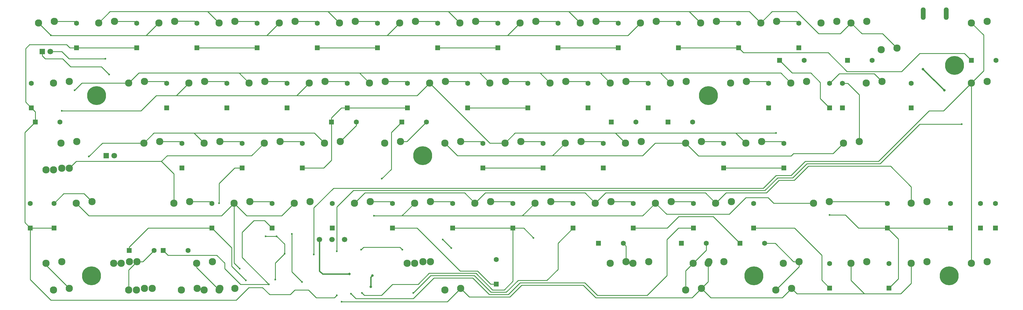
<source format=gtl>
G04 #@! TF.GenerationSoftware,KiCad,Pcbnew,(5.1.12)-1*
G04 #@! TF.CreationDate,2021-12-15T00:33:09-05:00*
G04 #@! TF.ProjectId,alps66,616c7073-3636-42e6-9b69-6361645f7063,F*
G04 #@! TF.SameCoordinates,Original*
G04 #@! TF.FileFunction,Copper,L1,Top*
G04 #@! TF.FilePolarity,Positive*
%FSLAX46Y46*%
G04 Gerber Fmt 4.6, Leading zero omitted, Abs format (unit mm)*
G04 Created by KiCad (PCBNEW (5.1.12)-1) date 2021-12-15 00:33:09*
%MOMM*%
%LPD*%
G01*
G04 APERTURE LIST*
G04 #@! TA.AperFunction,ComponentPad*
%ADD10C,2.300000*%
G04 #@! TD*
G04 #@! TA.AperFunction,ComponentPad*
%ADD11R,1.600000X1.600000*%
G04 #@! TD*
G04 #@! TA.AperFunction,ComponentPad*
%ADD12C,1.600000*%
G04 #@! TD*
G04 #@! TA.AperFunction,ComponentPad*
%ADD13C,1.700000*%
G04 #@! TD*
G04 #@! TA.AperFunction,ComponentPad*
%ADD14C,6.000000*%
G04 #@! TD*
G04 #@! TA.AperFunction,ComponentPad*
%ADD15O,1.500000X4.000000*%
G04 #@! TD*
G04 #@! TA.AperFunction,ComponentPad*
%ADD16R,1.800000X1.800000*%
G04 #@! TD*
G04 #@! TA.AperFunction,ComponentPad*
%ADD17C,1.800000*%
G04 #@! TD*
G04 #@! TA.AperFunction,ViaPad*
%ADD18C,0.800000*%
G04 #@! TD*
G04 #@! TA.AperFunction,ViaPad*
%ADD19C,0.600000*%
G04 #@! TD*
G04 #@! TA.AperFunction,Conductor*
%ADD20C,0.381000*%
G04 #@! TD*
G04 #@! TA.AperFunction,Conductor*
%ADD21C,0.254000*%
G04 #@! TD*
G04 APERTURE END LIST*
D10*
X223718750Y-110300000D03*
X228718750Y-109800000D03*
X242768750Y-110300000D03*
X247768750Y-109800000D03*
X247531250Y-110300000D03*
X252531250Y-109800000D03*
X152281250Y-110300000D03*
X157281250Y-109800000D03*
X154662500Y-110300000D03*
X159662500Y-109800000D03*
X97750000Y-118300000D03*
X92750000Y-118800000D03*
X92987500Y-118300000D03*
X87987500Y-118800000D03*
X85606250Y-110300000D03*
X90606250Y-109800000D03*
X71556250Y-118300000D03*
X66556250Y-118800000D03*
X69175000Y-118300000D03*
X64175000Y-118800000D03*
X61793750Y-110300000D03*
X66793750Y-109800000D03*
X42743750Y-72200000D03*
X47743750Y-71700000D03*
X45362500Y-80200000D03*
X40362500Y-80700000D03*
X45362500Y-118300000D03*
X40362500Y-118800000D03*
X292775000Y-34100000D03*
X297775000Y-33600000D03*
X271343750Y-110300000D03*
X276343750Y-109800000D03*
X216575000Y-110300000D03*
X221575000Y-109800000D03*
X207050000Y-34100000D03*
X212050000Y-33600000D03*
X188000000Y-34100000D03*
X193000000Y-33600000D03*
X197525000Y-53150000D03*
X202525000Y-52650000D03*
X183237500Y-72200000D03*
X188237500Y-71700000D03*
X164187500Y-72200000D03*
X169187500Y-71700000D03*
X173712500Y-91250000D03*
X178712500Y-90750000D03*
X154662500Y-91250000D03*
X159662500Y-90750000D03*
X245387500Y-118300000D03*
X240387500Y-118800000D03*
X168950000Y-34100000D03*
X173950000Y-33600000D03*
X149900000Y-34100000D03*
X154900000Y-33600000D03*
X178475000Y-53150000D03*
X183475000Y-52650000D03*
X159425000Y-53150000D03*
X164425000Y-52650000D03*
X145137500Y-72200000D03*
X150137500Y-71700000D03*
X135612500Y-91250000D03*
X140612500Y-90750000D03*
X116562500Y-91250000D03*
X121562500Y-90750000D03*
X169187500Y-118300000D03*
X164187500Y-118800000D03*
X130850000Y-34100000D03*
X135850000Y-33600000D03*
X111800000Y-34100000D03*
X116800000Y-33600000D03*
X140375000Y-53150000D03*
X145375000Y-52650000D03*
X121325000Y-53150000D03*
X126325000Y-52650000D03*
X126087500Y-72200000D03*
X131087500Y-71700000D03*
X107037500Y-72200000D03*
X112037500Y-71700000D03*
X97512500Y-91250000D03*
X102512500Y-90750000D03*
X85843750Y-118300000D03*
X80843750Y-118800000D03*
X92750000Y-34100000D03*
X97750000Y-33600000D03*
X73700000Y-34100000D03*
X78700000Y-33600000D03*
X102275000Y-53150000D03*
X107275000Y-52650000D03*
X83225000Y-53150000D03*
X88225000Y-52650000D03*
X87987500Y-72200000D03*
X92987500Y-71700000D03*
X78462500Y-91250000D03*
X83462500Y-90750000D03*
X59412500Y-110300000D03*
X64412500Y-109800000D03*
X54650000Y-34100000D03*
X59650000Y-33600000D03*
X35600000Y-34100000D03*
X40600000Y-33600000D03*
X64175000Y-53150000D03*
X69175000Y-52650000D03*
X40362500Y-53150000D03*
X45362500Y-52650000D03*
X68937500Y-72200000D03*
X73937500Y-71700000D03*
X42981250Y-80200000D03*
X37981250Y-80700000D03*
X47506250Y-91250000D03*
X52506250Y-90750000D03*
X37981250Y-110300000D03*
X42981250Y-109800000D03*
X330875000Y-110300000D03*
X335875000Y-109800000D03*
X307300000Y-42100000D03*
X302300000Y-42600000D03*
X283250000Y-34100000D03*
X288250000Y-33600000D03*
X273725000Y-53150000D03*
X278725000Y-52650000D03*
X297537500Y-53150000D03*
X302537500Y-52650000D03*
X290393750Y-72200000D03*
X295393750Y-71700000D03*
X311825000Y-91250000D03*
X316825000Y-90750000D03*
X280868750Y-91250000D03*
X285868750Y-90750000D03*
X311825000Y-110300000D03*
X316825000Y-109800000D03*
X330875000Y-53150000D03*
X335875000Y-52650000D03*
X264200000Y-34100000D03*
X269200000Y-33600000D03*
X254675000Y-53150000D03*
X259675000Y-52650000D03*
X235625000Y-53150000D03*
X240625000Y-52650000D03*
X259437500Y-72200000D03*
X264437500Y-71700000D03*
X240387500Y-72200000D03*
X245387500Y-71700000D03*
X249912500Y-91250000D03*
X254912500Y-90750000D03*
X230862500Y-91250000D03*
X235862500Y-90750000D03*
X292775000Y-110300000D03*
X297775000Y-109800000D03*
X330875000Y-34100000D03*
X335875000Y-33600000D03*
X245150000Y-34100000D03*
X250150000Y-33600000D03*
X226100000Y-34100000D03*
X231100000Y-33600000D03*
X216575000Y-53150000D03*
X221575000Y-52650000D03*
X221337500Y-72200000D03*
X226337500Y-71700000D03*
X202287500Y-72200000D03*
X207287500Y-71700000D03*
X211812500Y-91250000D03*
X216812500Y-90750000D03*
X192762500Y-91250000D03*
X197762500Y-90750000D03*
X273962500Y-118300000D03*
X268962500Y-118800000D03*
D11*
X75100000Y-106250000D03*
D12*
X82900000Y-106250000D03*
D13*
X132500000Y-102750000D03*
D14*
X247650000Y-57150000D03*
X157162500Y-76200000D03*
X52387500Y-114287500D03*
X323850000Y-114300000D03*
X262000000Y-114300000D03*
X325500000Y-47625000D03*
X54000000Y-57137500D03*
D15*
X315600000Y-31137500D03*
X322900000Y-31137500D03*
D13*
X128500000Y-102750000D03*
X124500000Y-102750000D03*
D16*
X36830000Y-43180000D03*
D17*
X39370000Y-43180000D03*
D16*
X57000000Y-76200000D03*
D17*
X59540000Y-76200000D03*
D12*
X265400000Y-104000000D03*
D11*
X257600000Y-104000000D03*
D12*
X204787500Y-91350000D03*
D11*
X204787500Y-99150000D03*
X223837500Y-99150000D03*
D12*
X223837500Y-91350000D03*
X214312500Y-72300000D03*
D11*
X214312500Y-80100000D03*
D12*
X224650000Y-65500000D03*
D11*
X216850000Y-65500000D03*
X228600000Y-61050000D03*
D12*
X228600000Y-53250000D03*
X238125000Y-34200000D03*
D11*
X238125000Y-42000000D03*
X257162500Y-41987500D03*
D12*
X257162500Y-34187500D03*
D11*
X330850000Y-46000000D03*
D12*
X338650000Y-46000000D03*
D11*
X286000000Y-118200000D03*
D12*
X286000000Y-110400000D03*
D11*
X242887500Y-99150000D03*
D12*
X242887500Y-91350000D03*
D11*
X261937500Y-99150000D03*
D12*
X261937500Y-91350000D03*
D11*
X252412500Y-80100000D03*
D12*
X252412500Y-72300000D03*
X271462500Y-72300000D03*
D11*
X271462500Y-80100000D03*
X234850000Y-65500000D03*
D12*
X242650000Y-65500000D03*
D11*
X266700000Y-61050000D03*
D12*
X266700000Y-53250000D03*
D11*
X276225000Y-42000000D03*
D12*
X276225000Y-34200000D03*
D11*
X338500000Y-99150000D03*
D12*
X338500000Y-91350000D03*
X304800000Y-110400000D03*
D11*
X304800000Y-118200000D03*
D12*
X304250000Y-91350000D03*
D11*
X304250000Y-99150000D03*
X324250000Y-99150000D03*
D12*
X324250000Y-91350000D03*
D11*
X290000000Y-61050000D03*
D12*
X290000000Y-53250000D03*
X286000000Y-53250000D03*
D11*
X286000000Y-61050000D03*
X270100000Y-46000000D03*
D12*
X277900000Y-46000000D03*
D11*
X291600000Y-46000000D03*
D12*
X299400000Y-46000000D03*
D11*
X311750000Y-61050000D03*
D12*
X311750000Y-53250000D03*
X333750000Y-91350000D03*
D11*
X333750000Y-99150000D03*
X33000000Y-99150000D03*
D12*
X33000000Y-91350000D03*
D11*
X40481250Y-99150000D03*
D12*
X40481250Y-91350000D03*
D11*
X34600000Y-65500000D03*
D12*
X42400000Y-65500000D03*
X80962500Y-72300000D03*
D11*
X80962500Y-80100000D03*
D12*
X33337500Y-53250000D03*
D11*
X33337500Y-61050000D03*
X76200000Y-61050000D03*
D12*
X76200000Y-53250000D03*
D11*
X47625000Y-42000000D03*
D12*
X47625000Y-34200000D03*
X66675000Y-34200000D03*
D11*
X66675000Y-42000000D03*
D12*
X220650000Y-104000000D03*
D11*
X212850000Y-104000000D03*
D12*
X72150000Y-106250000D03*
D11*
X64350000Y-106250000D03*
D12*
X90487500Y-91350000D03*
D11*
X90487500Y-99150000D03*
D12*
X100012500Y-72300000D03*
D11*
X100012500Y-80100000D03*
D12*
X95250000Y-53250000D03*
D11*
X95250000Y-61050000D03*
X114300000Y-61050000D03*
D12*
X114300000Y-53250000D03*
D11*
X85725000Y-42000000D03*
D12*
X85725000Y-34200000D03*
D11*
X104775000Y-42000000D03*
D12*
X104775000Y-34200000D03*
D11*
X109537500Y-99150000D03*
D12*
X109537500Y-91350000D03*
X119062500Y-72300000D03*
D11*
X119062500Y-80100000D03*
X128350000Y-65500000D03*
D12*
X136150000Y-65500000D03*
X133350000Y-53250000D03*
D11*
X133350000Y-61050000D03*
D12*
X152400000Y-53250000D03*
D11*
X152400000Y-61050000D03*
D12*
X123825000Y-34200000D03*
D11*
X123825000Y-42000000D03*
D12*
X142875000Y-34200000D03*
D11*
X142875000Y-42000000D03*
D12*
X180500000Y-109100000D03*
D11*
X180500000Y-116900000D03*
D12*
X128587500Y-91350000D03*
D11*
X128587500Y-99150000D03*
D12*
X147637500Y-91350000D03*
D11*
X147637500Y-99150000D03*
D12*
X158400000Y-65500000D03*
D11*
X150600000Y-65500000D03*
D12*
X171450000Y-53250000D03*
D11*
X171450000Y-61050000D03*
X190500000Y-61050000D03*
D12*
X190500000Y-53250000D03*
X161925000Y-34200000D03*
D11*
X161925000Y-42000000D03*
X180975000Y-42000000D03*
D12*
X180975000Y-34200000D03*
D11*
X239100000Y-104000000D03*
D12*
X246900000Y-104000000D03*
X166687500Y-91350000D03*
D11*
X166687500Y-99150000D03*
D12*
X185737500Y-91350000D03*
D11*
X185737500Y-99150000D03*
D12*
X176212500Y-72300000D03*
D11*
X176212500Y-80100000D03*
D12*
X195262500Y-72300000D03*
D11*
X195262500Y-80100000D03*
X209550000Y-61050000D03*
D12*
X209550000Y-53250000D03*
D11*
X200025000Y-42000000D03*
D12*
X200025000Y-34200000D03*
D11*
X219075000Y-42000000D03*
D12*
X219075000Y-34200000D03*
D18*
X315500000Y-48750000D03*
X322250000Y-55500000D03*
X140750000Y-117750000D03*
X141250000Y-114250000D03*
X134000000Y-113750000D03*
D19*
X137750000Y-106000000D03*
X150750000Y-106000000D03*
X110500000Y-115500000D03*
X111000000Y-101750000D03*
X113500000Y-107250000D03*
X107500000Y-101750000D03*
X166250000Y-105500000D03*
X163500000Y-102750000D03*
X154250000Y-119750000D03*
X134500000Y-120000000D03*
X286000000Y-95000000D03*
X130000000Y-120500000D03*
X92750000Y-91250000D03*
X101250000Y-115750000D03*
X108500000Y-117000000D03*
X119000000Y-116250000D03*
X144250000Y-83500000D03*
X115750000Y-101000000D03*
X138000000Y-119750000D03*
X192250000Y-102250000D03*
X131500000Y-122500000D03*
X99250000Y-112000000D03*
X141787500Y-95287500D03*
X51500000Y-76500006D03*
X43000000Y-62000000D03*
X269000000Y-69000000D03*
X47000000Y-55500000D03*
X39500000Y-38000000D03*
X130000000Y-106500000D03*
X327750000Y-66250000D03*
X122750000Y-107500000D03*
X58000000Y-50500000D03*
X56750000Y-45500000D03*
D20*
X322250000Y-55500000D02*
X315500000Y-48750000D01*
X140750000Y-114750000D02*
X141250000Y-114250000D01*
X140750000Y-117750000D02*
X140750000Y-114750000D01*
X124500000Y-112750000D02*
X125500000Y-113750000D01*
X134000000Y-113750000D02*
X125500000Y-113750000D01*
X124500000Y-112750000D02*
X124500000Y-102750000D01*
D21*
X150000000Y-105250000D02*
X150750000Y-106000000D01*
X138500000Y-105250000D02*
X150000000Y-105250000D01*
X137750000Y-106000000D02*
X138500000Y-105250000D01*
X107500000Y-101750000D02*
X111000000Y-101750000D01*
X110500000Y-110250000D02*
X113500000Y-107250000D01*
X113500000Y-104250000D02*
X111000000Y-101750000D01*
X110500000Y-115500000D02*
X110500000Y-110250000D01*
X113500000Y-107250000D02*
X113500000Y-105750000D01*
X113500000Y-105750000D02*
X113500000Y-104250000D01*
X166250000Y-105500000D02*
X163500000Y-102750000D01*
X257162500Y-41987500D02*
X238112500Y-41987500D01*
X249100000Y-95500000D02*
X257600000Y-104000000D01*
X238250000Y-95500000D02*
X249100000Y-95500000D01*
X234600000Y-99150000D02*
X238250000Y-95500000D01*
X223837500Y-99150000D02*
X234600000Y-99150000D01*
X200000000Y-103937500D02*
X204787500Y-99150000D01*
X200000000Y-112250000D02*
X200000000Y-103937500D01*
X196500000Y-115750000D02*
X200000000Y-112250000D01*
X183625000Y-119500000D02*
X187375000Y-115750000D01*
X178750000Y-119500000D02*
X183625000Y-119500000D01*
X187375000Y-115750000D02*
X196500000Y-115750000D01*
X173500000Y-114250000D02*
X178750000Y-119500000D01*
X159750000Y-114250000D02*
X173500000Y-114250000D01*
X154250000Y-119750000D02*
X159750000Y-114250000D01*
X308750000Y-49500000D02*
X314500000Y-43750000D01*
X291500000Y-49500000D02*
X308750000Y-49500000D01*
X314500000Y-43750000D02*
X328600000Y-43750000D01*
X285500000Y-43500000D02*
X291500000Y-49500000D01*
X258675000Y-43500000D02*
X285500000Y-43500000D01*
X328600000Y-43750000D02*
X330850000Y-46000000D01*
X257162500Y-41987500D02*
X258675000Y-43500000D01*
X252412500Y-80100000D02*
X271462500Y-80100000D01*
X261925000Y-99137500D02*
X261937500Y-99137500D01*
X274900000Y-99150000D02*
X261937500Y-99150000D01*
X283500000Y-107750000D02*
X274900000Y-99150000D01*
X283500000Y-115700000D02*
X283500000Y-107750000D01*
X286000000Y-118200000D02*
X283500000Y-115700000D01*
X238100000Y-99150000D02*
X242887500Y-99150000D01*
X134500000Y-120000000D02*
X136000000Y-121500000D01*
X136000000Y-121500000D02*
X154250000Y-121500000D01*
X154250000Y-121500000D02*
X160750000Y-115000000D01*
X173000000Y-115000000D02*
X178250000Y-120250000D01*
X234500000Y-114250000D02*
X234500000Y-102750000D01*
X160750000Y-115000000D02*
X173000000Y-115000000D01*
X178250000Y-120250000D02*
X184250000Y-120250000D01*
X184250000Y-120250000D02*
X188000000Y-116500000D01*
X188000000Y-116500000D02*
X208500000Y-116500000D01*
X228250000Y-120500000D02*
X234500000Y-114250000D01*
X208500000Y-116500000D02*
X212500000Y-120500000D01*
X212500000Y-120500000D02*
X228250000Y-120500000D01*
X234500000Y-102750000D02*
X238100000Y-99150000D01*
X295150000Y-99150000D02*
X291000000Y-95000000D01*
X291000000Y-95000000D02*
X286000000Y-95000000D01*
X304250000Y-99150000D02*
X295150000Y-99150000D01*
X274100000Y-50000000D02*
X270100000Y-46000000D01*
X280000000Y-50000000D02*
X274100000Y-50000000D01*
X283000000Y-53000000D02*
X280000000Y-50000000D01*
X283000000Y-58050000D02*
X283000000Y-53000000D01*
X286000000Y-61050000D02*
X283000000Y-58050000D01*
X324250000Y-99150000D02*
X304250000Y-99150000D01*
X307750000Y-102650000D02*
X304250000Y-99150000D01*
X307750000Y-115250000D02*
X307750000Y-102650000D01*
X304800000Y-118200000D02*
X307750000Y-115250000D01*
X66675000Y-42000000D02*
X47625000Y-42000000D01*
X76187500Y-61037500D02*
X76162500Y-61037500D01*
X47625000Y-42000000D02*
X45500000Y-42000000D01*
X45500000Y-42000000D02*
X44500000Y-41000000D01*
X44500000Y-41000000D02*
X32750000Y-41000000D01*
X32750000Y-41000000D02*
X31500000Y-42250000D01*
X31500000Y-59212500D02*
X33337500Y-61050000D01*
X31500000Y-42250000D02*
X31500000Y-59212500D01*
X34600000Y-62312500D02*
X33337500Y-61050000D01*
X34600000Y-65500000D02*
X34600000Y-62312500D01*
X102178125Y-118000000D02*
X98190625Y-121987500D01*
X33000000Y-115500000D02*
X33000000Y-99150000D01*
X106500000Y-118000000D02*
X102178125Y-118000000D01*
X98190625Y-121987500D02*
X39487500Y-121987500D01*
X108750000Y-120250000D02*
X106500000Y-118000000D01*
X39487500Y-121987500D02*
X33000000Y-115500000D01*
X116750000Y-118750000D02*
X115250000Y-120250000D01*
X121000000Y-118750000D02*
X116750000Y-118750000D01*
X123500000Y-121250000D02*
X121000000Y-118750000D01*
X115250000Y-120250000D02*
X108750000Y-120250000D01*
X129250000Y-121250000D02*
X123500000Y-121250000D01*
X130000000Y-120500000D02*
X129250000Y-121250000D01*
X40481250Y-99150000D02*
X33000000Y-99150000D01*
X31250000Y-68850000D02*
X31250000Y-97400000D01*
X31250000Y-97400000D02*
X33000000Y-99150000D01*
X34600000Y-65500000D02*
X31250000Y-68850000D01*
X85725000Y-42000000D02*
X104775000Y-42000000D01*
X77950000Y-99150000D02*
X90487500Y-99150000D01*
X92750000Y-85000000D02*
X92750000Y-91250000D01*
X97650000Y-80100000D02*
X92750000Y-85000000D01*
X100012500Y-80100000D02*
X97650000Y-80100000D01*
X77950000Y-99150000D02*
X71437500Y-99150000D01*
X71437500Y-99150000D02*
X70350000Y-99150000D01*
X64350000Y-105150000D02*
X64350000Y-106250000D01*
X70350000Y-99150000D02*
X64350000Y-105150000D01*
X96750000Y-111250000D02*
X101250000Y-115750000D01*
X96750000Y-105412500D02*
X96750000Y-111250000D01*
X90487500Y-99150000D02*
X96750000Y-105412500D01*
X133350000Y-61050000D02*
X133500000Y-61200000D01*
X133350000Y-61050000D02*
X152400000Y-61050000D01*
X123812500Y-41987500D02*
X142862500Y-41987500D01*
X125900000Y-80100000D02*
X119062500Y-80100000D01*
X107137500Y-96750000D02*
X109537500Y-99150000D01*
X100000000Y-100500000D02*
X103750000Y-96750000D01*
X100000000Y-108500000D02*
X100000000Y-100500000D01*
X103750000Y-96750000D02*
X107137500Y-96750000D01*
X108500000Y-117000000D02*
X100000000Y-108500000D01*
X128350000Y-77650000D02*
X128350000Y-65500000D01*
X125900000Y-80100000D02*
X128350000Y-77650000D01*
X128350000Y-64150000D02*
X128350000Y-65500000D01*
X131450000Y-61050000D02*
X128350000Y-64150000D01*
X133350000Y-61050000D02*
X131450000Y-61050000D01*
X92000000Y-107750000D02*
X76600000Y-107750000D01*
X94500000Y-110250000D02*
X92000000Y-107750000D01*
X94500000Y-112000000D02*
X94500000Y-110250000D01*
X76600000Y-107750000D02*
X75100000Y-106250000D01*
X99500000Y-117000000D02*
X94500000Y-112000000D01*
X108500000Y-117000000D02*
X99500000Y-117000000D01*
X171450000Y-61050000D02*
X190500000Y-61050000D01*
X161925000Y-42000000D02*
X180975000Y-42000000D01*
X178687500Y-116937500D02*
X180462500Y-116937500D01*
X174537500Y-112787500D02*
X178687500Y-116937500D01*
X169037500Y-112787500D02*
X174537500Y-112787500D01*
X155400000Y-99150000D02*
X169037500Y-112787500D01*
X147637500Y-99150000D02*
X155400000Y-99150000D01*
X144250000Y-83500000D02*
X147250000Y-80500000D01*
X147250000Y-68850000D02*
X150600000Y-65500000D01*
X147250000Y-80500000D02*
X147250000Y-68850000D01*
X115750000Y-113000000D02*
X115750000Y-101000000D01*
X119000000Y-116250000D02*
X115750000Y-113000000D01*
X200025000Y-42000000D02*
X219075000Y-42000000D01*
X185787500Y-99200000D02*
X185725000Y-99137500D01*
X166675000Y-99137500D02*
X185725000Y-99137500D01*
X185737500Y-99150000D02*
X189150000Y-99150000D01*
X192250000Y-102250000D02*
X189150000Y-99150000D01*
X195262500Y-80100000D02*
X176212500Y-80100000D01*
X182993750Y-118750000D02*
X185737500Y-116006250D01*
X179250000Y-118750000D02*
X182993750Y-118750000D01*
X174000000Y-113500000D02*
X179250000Y-118750000D01*
X159250000Y-113500000D02*
X174000000Y-113500000D01*
X155750000Y-117000000D02*
X159250000Y-113500000D01*
X147625000Y-117000000D02*
X155750000Y-117000000D01*
X144125000Y-120500000D02*
X147625000Y-117000000D01*
X138750000Y-120500000D02*
X144125000Y-120500000D01*
X185737500Y-116006250D02*
X185737500Y-99150000D01*
X138000000Y-119750000D02*
X138750000Y-120500000D01*
X297000000Y-120000000D02*
X275662500Y-120000000D01*
X275662500Y-120000000D02*
X273962500Y-118300000D01*
X292775000Y-110300000D02*
X292775000Y-115775000D01*
X311825000Y-116675000D02*
X311825000Y-110300000D01*
X308500000Y-120000000D02*
X311825000Y-116675000D01*
X297000000Y-120000000D02*
X308500000Y-120000000D01*
X292775000Y-115775000D02*
X297000000Y-120000000D01*
X247531250Y-110300000D02*
X247531250Y-116156250D01*
X247531250Y-116156250D02*
X245387500Y-118300000D01*
X37981250Y-110300000D02*
X37981250Y-110918750D01*
X37981250Y-110918750D02*
X45362500Y-118300000D01*
X45362500Y-117681250D02*
X45362500Y-118300000D01*
X61793750Y-110300000D02*
X61793750Y-110918750D01*
X61793750Y-110300000D02*
X59412500Y-110300000D01*
X212000000Y-121250000D02*
X242437500Y-121250000D01*
X208000000Y-117250000D02*
X212000000Y-121250000D01*
X188500000Y-117250000D02*
X208000000Y-117250000D01*
X184750000Y-121000000D02*
X188500000Y-117250000D01*
X242437500Y-121250000D02*
X245387500Y-118300000D01*
X248337500Y-121250000D02*
X245387500Y-118300000D01*
X271012500Y-121250000D02*
X248337500Y-121250000D01*
X273962500Y-118300000D02*
X271012500Y-121250000D01*
X171887500Y-121000000D02*
X169187500Y-118300000D01*
X184750000Y-121000000D02*
X171887500Y-121000000D01*
X164987500Y-122500000D02*
X169187500Y-118300000D01*
X131500000Y-122500000D02*
X164987500Y-122500000D01*
X150537500Y-95287500D02*
X188700000Y-95287500D01*
X188700000Y-95287500D02*
X192750000Y-91237500D01*
X150537500Y-95287500D02*
X150600000Y-95287500D01*
X150600000Y-95287500D02*
X154650000Y-91237500D01*
X188700000Y-95287500D02*
X209712500Y-95287500D01*
X268250000Y-91250000D02*
X280868750Y-91250000D01*
X259500000Y-89500000D02*
X266500000Y-89500000D01*
X266500000Y-89500000D02*
X268250000Y-91250000D01*
X254250000Y-94750000D02*
X259500000Y-89500000D01*
X234362500Y-94750000D02*
X254250000Y-94750000D01*
X230862500Y-91250000D02*
X234362500Y-94750000D01*
X112562500Y-95250000D02*
X116562500Y-91250000D01*
X101512500Y-95250000D02*
X112562500Y-95250000D01*
X97512500Y-91250000D02*
X101512500Y-95250000D01*
X226825000Y-95287500D02*
X230862500Y-91250000D01*
X209712500Y-95287500D02*
X226825000Y-95287500D01*
X97512500Y-110262500D02*
X99250000Y-112000000D01*
X97512500Y-91250000D02*
X97512500Y-110262500D01*
X150537500Y-95287500D02*
X141787500Y-95287500D01*
X97512500Y-91250000D02*
X93512500Y-95250000D01*
X51506250Y-95250000D02*
X47506250Y-91250000D01*
X93512500Y-95250000D02*
X51506250Y-95250000D01*
X249787500Y-91125000D02*
X249900000Y-91237500D01*
X103037500Y-76200000D02*
X107037500Y-72200000D01*
X74500000Y-78000000D02*
X76300000Y-76200000D01*
X47562500Y-78000000D02*
X74500000Y-78000000D01*
X76300000Y-76200000D02*
X103037500Y-76200000D01*
X45362500Y-80200000D02*
X47562500Y-78000000D01*
X78462500Y-81962500D02*
X74500000Y-78000000D01*
X78462500Y-91250000D02*
X78462500Y-81962500D01*
X135612500Y-91250000D02*
X138862500Y-88000000D01*
X170462500Y-88000000D02*
X173712500Y-91250000D01*
X138862500Y-88000000D02*
X170462500Y-88000000D01*
X173712500Y-91250000D02*
X176962500Y-88000000D01*
X208562500Y-88000000D02*
X211812500Y-91250000D01*
X176962500Y-88000000D02*
X208562500Y-88000000D01*
X211812500Y-91250000D02*
X215062500Y-88000000D01*
X246662500Y-88000000D02*
X249912500Y-91250000D01*
X215062500Y-88000000D02*
X246662500Y-88000000D01*
X305250000Y-79500000D02*
X311825000Y-86075000D01*
X279250000Y-79500000D02*
X305250000Y-79500000D01*
X270000000Y-84000000D02*
X274750000Y-84000000D01*
X311825000Y-86075000D02*
X311825000Y-91250000D01*
X266000000Y-88000000D02*
X270000000Y-84000000D01*
X274750000Y-84000000D02*
X279250000Y-79500000D01*
X253162500Y-88000000D02*
X266000000Y-88000000D01*
X249912500Y-91250000D02*
X253162500Y-88000000D01*
X273750000Y-76250000D02*
X274500000Y-75500000D01*
X244437500Y-76250000D02*
X273750000Y-76250000D01*
X240387500Y-72200000D02*
X244437500Y-76250000D01*
X287093750Y-75500000D02*
X290393750Y-72200000D01*
X274500000Y-75500000D02*
X287093750Y-75500000D01*
X198287500Y-76200000D02*
X226800000Y-76200000D01*
X230800000Y-72200000D02*
X240387500Y-72200000D01*
X226800000Y-76200000D02*
X230800000Y-72200000D01*
X198287500Y-76200000D02*
X168187500Y-76200000D01*
X168187500Y-76200000D02*
X164187500Y-72200000D01*
X202287500Y-72200000D02*
X198287500Y-76200000D01*
X122887500Y-69000000D02*
X126087500Y-72200000D01*
X68937500Y-72200000D02*
X72137500Y-69000000D01*
X72137500Y-69000000D02*
X84787500Y-69000000D01*
X84787500Y-69000000D02*
X87987500Y-72200000D01*
X84787500Y-69000000D02*
X122887500Y-69000000D01*
X68937500Y-72200000D02*
X55800006Y-72200000D01*
X55800006Y-72200000D02*
X51500000Y-76500006D01*
X79225000Y-57150000D02*
X72850000Y-57150000D01*
X68000000Y-62000000D02*
X43000000Y-62000000D01*
X72850000Y-57150000D02*
X68000000Y-62000000D01*
X218137500Y-69000000D02*
X256237500Y-69000000D01*
X256237500Y-69000000D02*
X259437500Y-72200000D01*
X183237500Y-72200000D02*
X186437500Y-69000000D01*
X218137500Y-69000000D02*
X221337500Y-72200000D01*
X186437500Y-69000000D02*
X218137500Y-69000000D01*
X183237500Y-72200000D02*
X178475000Y-72200000D01*
X178475000Y-72200000D02*
X159425000Y-53150000D01*
X117325000Y-57150000D02*
X155425000Y-57150000D01*
X155425000Y-57150000D02*
X159425000Y-53150000D01*
X79225000Y-57150000D02*
X117325000Y-57150000D01*
X117325000Y-57150000D02*
X121325000Y-53150000D01*
X79225000Y-57150000D02*
X83225000Y-53150000D01*
X256237500Y-69000000D02*
X269000000Y-69000000D01*
X49350000Y-53150000D02*
X47000000Y-55500000D01*
X49350000Y-53150000D02*
X64175000Y-53150000D01*
X232475000Y-50000000D02*
X270575000Y-50000000D01*
X270575000Y-50000000D02*
X273725000Y-53150000D01*
X213425000Y-50000000D02*
X232475000Y-50000000D01*
X232475000Y-50000000D02*
X235625000Y-53150000D01*
X194375000Y-50000000D02*
X213425000Y-50000000D01*
X213425000Y-50000000D02*
X216575000Y-53150000D01*
X175325000Y-50000000D02*
X194375000Y-50000000D01*
X194375000Y-50000000D02*
X197525000Y-53150000D01*
X137225000Y-50000000D02*
X175325000Y-50000000D01*
X175325000Y-50000000D02*
X178475000Y-53150000D01*
X99125000Y-50000000D02*
X137225000Y-50000000D01*
X137225000Y-50000000D02*
X140375000Y-53150000D01*
X64175000Y-53150000D02*
X67325000Y-50000000D01*
X67325000Y-50000000D02*
X99125000Y-50000000D01*
X99125000Y-50000000D02*
X102275000Y-53150000D01*
X184000000Y-38100000D02*
X222100000Y-38100000D01*
X222100000Y-38100000D02*
X226100000Y-34100000D01*
X145900000Y-38100000D02*
X184000000Y-38100000D01*
X184000000Y-38100000D02*
X188000000Y-34100000D01*
X107800000Y-38100000D02*
X145900000Y-38100000D01*
X145900000Y-38100000D02*
X149900000Y-34100000D01*
X107800000Y-38100000D02*
X111800000Y-34100000D01*
X69637500Y-38100000D02*
X73700000Y-34037500D01*
X39500000Y-38000000D02*
X39600000Y-38100000D01*
X47625000Y-38100000D02*
X69637500Y-38100000D01*
X69637500Y-38100000D02*
X107800000Y-38100000D01*
X35587500Y-34087500D02*
X39500000Y-38000000D01*
X39600000Y-38100000D02*
X47625000Y-38100000D01*
X264200000Y-34100000D02*
X267800000Y-30500000D01*
X275500000Y-30500000D02*
X282500000Y-37500000D01*
X267800000Y-30500000D02*
X275500000Y-30500000D01*
X241550000Y-30500000D02*
X260600000Y-30500000D01*
X260600000Y-30500000D02*
X264200000Y-34100000D01*
X203500000Y-30500000D02*
X241550000Y-30500000D01*
X241550000Y-30500000D02*
X245150000Y-34100000D01*
X165350000Y-30500000D02*
X203500000Y-30500000D01*
X203500000Y-30500000D02*
X203450000Y-30500000D01*
X203450000Y-30500000D02*
X207050000Y-34100000D01*
X127250000Y-30500000D02*
X165350000Y-30500000D01*
X165350000Y-30500000D02*
X168950000Y-34100000D01*
X89150000Y-30500000D02*
X127250000Y-30500000D01*
X127250000Y-30500000D02*
X130850000Y-34100000D01*
X54650000Y-34100000D02*
X58250000Y-30500000D01*
X89150000Y-30500000D02*
X92750000Y-34100000D01*
X58250000Y-30500000D02*
X89150000Y-30500000D01*
X289375000Y-37500000D02*
X292775000Y-34100000D01*
X282500000Y-37500000D02*
X289375000Y-37500000D01*
X302700000Y-37500000D02*
X307300000Y-42100000D01*
X296175000Y-37500000D02*
X302700000Y-37500000D01*
X292775000Y-34100000D02*
X296175000Y-37500000D01*
X235862500Y-90750000D02*
X242287500Y-90750000D01*
X242287500Y-90750000D02*
X242887500Y-91350000D01*
X245387500Y-71700000D02*
X251812500Y-71700000D01*
X251812500Y-71700000D02*
X252412500Y-72300000D01*
X264437500Y-71700000D02*
X270862500Y-71700000D01*
X270862500Y-71700000D02*
X271462500Y-72300000D01*
X259675000Y-52650000D02*
X266100000Y-52650000D01*
X266100000Y-52650000D02*
X266700000Y-53250000D01*
X269200000Y-33600000D02*
X275625000Y-33600000D01*
X275625000Y-33600000D02*
X276225000Y-34200000D01*
X303650000Y-90750000D02*
X304250000Y-91350000D01*
X285868750Y-90750000D02*
X303650000Y-90750000D01*
X295393750Y-56893750D02*
X295393750Y-71700000D01*
X290000000Y-53250000D02*
X291750000Y-53250000D01*
X291750000Y-53250000D02*
X295393750Y-56893750D01*
X300137500Y-50250000D02*
X302537500Y-52650000D01*
X289000000Y-50250000D02*
X300137500Y-50250000D01*
X286000000Y-53250000D02*
X289000000Y-50250000D01*
X40481250Y-91350000D02*
X43581250Y-88250000D01*
X50006250Y-88250000D02*
X52506250Y-90750000D01*
X43581250Y-88250000D02*
X50006250Y-88250000D01*
X73937500Y-71700000D02*
X80362500Y-71700000D01*
X80362500Y-71700000D02*
X80962500Y-72300000D01*
X69175000Y-52650000D02*
X75600000Y-52650000D01*
X75600000Y-52650000D02*
X76200000Y-53250000D01*
X40587500Y-33587500D02*
X47012500Y-33587500D01*
X47012500Y-33587500D02*
X47625000Y-34200000D01*
X59650000Y-33600000D02*
X66075000Y-33600000D01*
X66075000Y-33600000D02*
X66675000Y-34200000D01*
X64175000Y-112418750D02*
X66793750Y-109800000D01*
X64175000Y-118800000D02*
X64175000Y-112418750D01*
X68600000Y-109800000D02*
X72150000Y-106250000D01*
X66793750Y-109800000D02*
X68600000Y-109800000D01*
X83462500Y-90750000D02*
X89887500Y-90750000D01*
X89887500Y-90750000D02*
X90487500Y-91350000D01*
X92987500Y-71700000D02*
X99412500Y-71700000D01*
X99412500Y-71700000D02*
X100012500Y-72300000D01*
X88225000Y-52650000D02*
X94650000Y-52650000D01*
X94650000Y-52650000D02*
X95250000Y-53250000D01*
X107275000Y-52650000D02*
X113700000Y-52650000D01*
X113700000Y-52650000D02*
X114300000Y-53250000D01*
X78700000Y-33537500D02*
X85062500Y-33537500D01*
X85062500Y-33537500D02*
X85725000Y-34200000D01*
X97750000Y-33600000D02*
X104175000Y-33600000D01*
X104175000Y-33600000D02*
X104775000Y-34200000D01*
X85606250Y-111656250D02*
X85606250Y-110300000D01*
X92750000Y-118800000D02*
X85606250Y-111656250D01*
X108937500Y-90750000D02*
X109537500Y-91350000D01*
X102512500Y-90750000D02*
X108937500Y-90750000D01*
X112037500Y-71700000D02*
X118462500Y-71700000D01*
X118462500Y-71700000D02*
X119062500Y-72300000D01*
X136150000Y-66637500D02*
X136150000Y-65500000D01*
X131087500Y-71700000D02*
X136150000Y-66637500D01*
X126325000Y-52650000D02*
X132750000Y-52650000D01*
X132750000Y-52650000D02*
X133350000Y-53250000D01*
X145375000Y-52650000D02*
X151800000Y-52650000D01*
X151800000Y-52650000D02*
X152400000Y-53250000D01*
X116800000Y-33600000D02*
X123225000Y-33600000D01*
X123225000Y-33600000D02*
X123825000Y-34200000D01*
X135850000Y-33600000D02*
X142275000Y-33600000D01*
X142275000Y-33600000D02*
X142875000Y-34200000D01*
X140612500Y-90750000D02*
X147037500Y-90750000D01*
X147037500Y-90750000D02*
X147637500Y-91350000D01*
X152200000Y-71700000D02*
X158400000Y-65500000D01*
X150137500Y-71700000D02*
X152200000Y-71700000D01*
X164425000Y-52650000D02*
X170850000Y-52650000D01*
X170850000Y-52650000D02*
X171450000Y-53250000D01*
X183475000Y-52650000D02*
X189900000Y-52650000D01*
X189900000Y-52650000D02*
X190500000Y-53250000D01*
X154900000Y-33600000D02*
X161325000Y-33600000D01*
X161325000Y-33600000D02*
X161925000Y-34200000D01*
X173950000Y-33600000D02*
X180375000Y-33600000D01*
X180375000Y-33600000D02*
X180975000Y-34200000D01*
X246900000Y-106168750D02*
X242768750Y-110300000D01*
X246900000Y-104000000D02*
X246900000Y-106168750D01*
X240387500Y-112681250D02*
X242768750Y-110300000D01*
X240387500Y-118800000D02*
X240387500Y-112681250D01*
X159662500Y-90750000D02*
X166087500Y-90750000D01*
X166087500Y-90750000D02*
X166687500Y-91350000D01*
X185737500Y-91350000D02*
X185137500Y-90750000D01*
X185137500Y-90750000D02*
X178712500Y-90750000D01*
X169187500Y-71700000D02*
X175612500Y-71700000D01*
X175612500Y-71700000D02*
X176212500Y-72300000D01*
X188237500Y-71700000D02*
X194662500Y-71700000D01*
X194662500Y-71700000D02*
X195262500Y-72300000D01*
X202525000Y-52650000D02*
X208950000Y-52650000D01*
X208950000Y-52650000D02*
X209550000Y-53250000D01*
X193000000Y-33600000D02*
X199425000Y-33600000D01*
X199425000Y-33600000D02*
X200025000Y-34200000D01*
X212050000Y-33600000D02*
X218475000Y-33600000D01*
X218475000Y-33600000D02*
X219075000Y-34200000D01*
X314500000Y-66250000D02*
X327750000Y-66250000D01*
X274250000Y-83250000D02*
X278750000Y-78750000D01*
X269500000Y-83250000D02*
X274250000Y-83250000D01*
X278750000Y-78750000D02*
X302000000Y-78750000D01*
X135250000Y-87250000D02*
X265500000Y-87250000D01*
X130000000Y-92500000D02*
X135250000Y-87250000D01*
X265500000Y-87250000D02*
X269500000Y-83250000D01*
X130000000Y-106500000D02*
X130000000Y-92500000D01*
X302000000Y-78750000D02*
X314500000Y-66250000D01*
X268962500Y-118800000D02*
X276343750Y-111418750D01*
X276343750Y-111418750D02*
X276343750Y-109800000D01*
X265400000Y-104000000D02*
X268750000Y-104000000D01*
X274550000Y-109800000D02*
X276343750Y-109800000D01*
X268750000Y-104000000D02*
X274550000Y-109800000D01*
X204787500Y-91350000D02*
X204187500Y-90750000D01*
X204187500Y-90750000D02*
X197762500Y-90750000D01*
X223237500Y-90750000D02*
X223837500Y-91350000D01*
X216812500Y-90750000D02*
X223237500Y-90750000D01*
X207287500Y-71700000D02*
X213712500Y-71700000D01*
X213712500Y-71700000D02*
X214312500Y-72300000D01*
X221575000Y-52650000D02*
X228000000Y-52650000D01*
X228000000Y-52650000D02*
X228600000Y-53250000D01*
X231100000Y-33600000D02*
X237525000Y-33600000D01*
X237525000Y-33600000D02*
X238125000Y-34200000D01*
X238087500Y-34162500D02*
X238112500Y-34187500D01*
X250150000Y-33600000D02*
X256575000Y-33600000D01*
X256575000Y-33600000D02*
X257162500Y-34187500D01*
X330875000Y-110300000D02*
X330875000Y-53150000D01*
X322025000Y-62000000D02*
X330875000Y-53150000D01*
X301500000Y-78000000D02*
X317500000Y-62000000D01*
X273750000Y-82500000D02*
X278250000Y-78000000D01*
X269000000Y-82500000D02*
X273750000Y-82500000D01*
X265000000Y-86500000D02*
X269000000Y-82500000D01*
X317500000Y-62000000D02*
X322025000Y-62000000D01*
X129000000Y-86500000D02*
X265000000Y-86500000D01*
X122750000Y-92750000D02*
X129000000Y-86500000D01*
X278250000Y-78000000D02*
X301500000Y-78000000D01*
X122750000Y-107500000D02*
X122750000Y-92750000D01*
X330875000Y-53150000D02*
X334750000Y-49275000D01*
X334750000Y-37975000D02*
X330875000Y-34100000D01*
X334750000Y-49275000D02*
X334750000Y-37975000D01*
X222075000Y-110300000D02*
X221575000Y-109800000D01*
X223718750Y-110300000D02*
X222075000Y-110300000D01*
X221575000Y-104925000D02*
X220650000Y-104000000D01*
X221575000Y-109800000D02*
X221575000Y-104925000D01*
X55500000Y-48000000D02*
X58000000Y-50500000D01*
X45750000Y-48000000D02*
X55500000Y-48000000D01*
X43250000Y-45500000D02*
X45750000Y-48000000D01*
X37750000Y-45500000D02*
X43250000Y-45500000D01*
X36830000Y-44580000D02*
X37750000Y-45500000D01*
X36830000Y-43180000D02*
X36830000Y-44580000D01*
X42930000Y-43180000D02*
X39370000Y-43180000D01*
X45250000Y-45500000D02*
X42930000Y-43180000D01*
X56750000Y-45500000D02*
X45250000Y-45500000D01*
M02*

</source>
